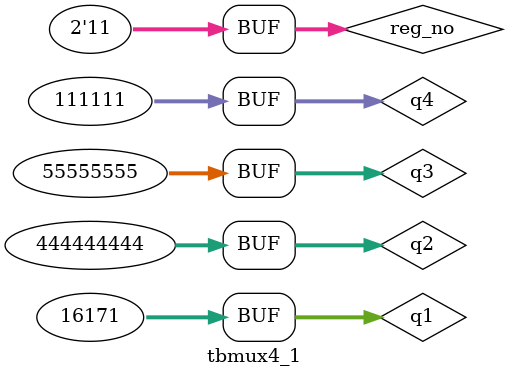
<source format=v>
`include "mux4_1.v"

module tbmux4_1;

reg [31:0] q1,q2,q3,q4;
reg [1:0] reg_no;
wire [31:0] regData;

mux4_1 m(regData,q1,q2,q3,q4,reg_no);

initial
begin
$monitor($time," reg_no = %b ,regData = %d ,q1 = %d ,q2 = %d,q3 = %d ,q4 = %d",reg_no,regData,q1,q2,q3,q4);
q1 = 32'd16171;
q2 = 32'd69192333;
q3 = 32'd22222222;
q4 = 32'd33333333;
reg_no = 2'b00;
#5 reg_no = 2'b01;
#5 q2 = 32'd444444444;
#5 reg_no = 2'b10;
#5 q3 = 32'd55555555;
#5 reg_no = 2'b11;
#5 q4 = 32'd111111;
end

endmodule
</source>
